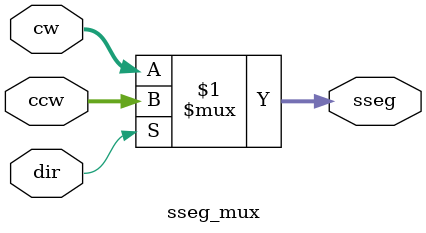
<source format=sv>
`timescale 1ns / 1ps

module sseg_mux(
    input logic [7:0] cw, //clockwise
    input logic [7:0] ccw, //counter-clockwise
    input logic dir, //direction
    output logic [7:0] sseg //seven seg display
    );
    
    assign sseg = dir ? ccw : cw;
endmodule

</source>
